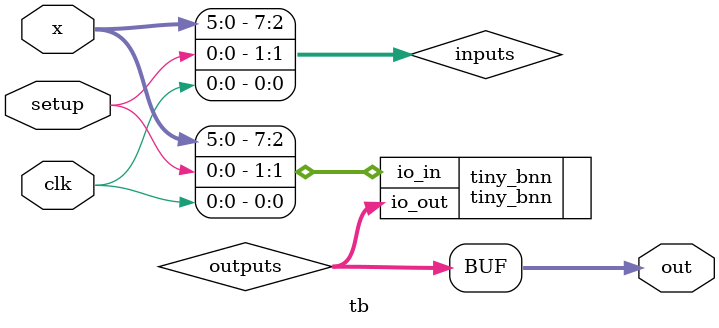
<source format=v>
`default_nettype none
`timescale 1ns/1ps

/*
this testbench just instantiates the module and makes some convenient wires
that can be driven / tested by the cocotb test.py
*/

module tb (
    // testbench is controlled by test.py
    input clk,
    input setup,
    input wire [7:0] x,
    output wire [7:0] out
   );

    // this part dumps the trace to a vcd file that can be viewed with GTKWave
    initial begin
        $dumpfile ("tb.vcd");
        $dumpvars (0, tb);
        #1;
    end

    // wire up the inputs and outputs
    wire [7:0] inputs = {x[5:0], setup, clk}; //{6'b0, rst, clk};
    wire [7:0] outputs;
    assign out = outputs;


    tiny_bnn tiny_bnn(
        `ifdef GL_TEST
            .vccd1( 1'b1),
            .vssd1( 1'b0),
        `endif
        .io_in  (inputs),
        .io_out (outputs)
        );

    // instantiate the DUT
    // seven_segment_seconds seven_segment_seconds(
    //     `ifdef GL_TEST
    //         .vccd1( 1'b1),
    //         .vssd1( 1'b0),
    //     `endif
    //     .io_in  (inputs),
    //     .io_out (outputs)
    //     );

endmodule

</source>
